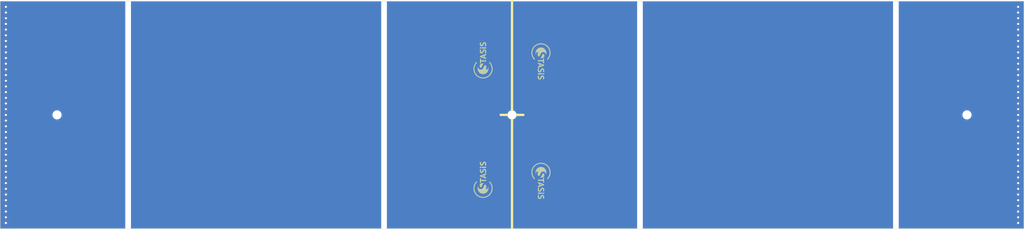
<source format=kicad_pcb>
(kicad_pcb (version 20240108) (generator "pcbnew") (generator_version "8.0")
  (layers (0 "F.Cu" signal) (31 "B.Cu" signal) (34 "B.Paste" user) (35 "F.Paste" user) (36 "B.SilkS" user "B.Silkscreen") (37 "F.SilkS" user "F.Silkscreen") (38 "B.Mask" user) (39 "F.Mask" user) (44 "Edge.Cuts" user))
  (net 0 "")
  (footprint "" (layer "F.Cu") (at -73.9989 97.5036)
    (property "Reference" "@HOLE16" (hide yes))
    (property "Value" "")
    (pad "" np_thru_hole circle (at 0 0) (size 0.5 0.5) (drill 0.5) (layers "*.Cu" "*.Mask"))
  )
  (footprint "" (layer "F.Cu") (at -73.9989 95.0036)
    (property "Reference" "@HOLE15" (hide yes))
    (property "Value" "")
    (pad "" np_thru_hole circle (at 0 0) (size 0.5 0.5) (drill 0.5) (layers "*.Cu" "*.Mask"))
  )
  (footprint "" (layer "F.Cu") (at -73.9989 115.0036)
    (property "Reference" "@HOLE23" (hide yes))
    (property "Value" "")
    (pad "" np_thru_hole circle (at 0 0) (size 0.5 0.5) (drill 0.5) (layers "*.Cu" "*.Mask"))
  )
  (footprint "" (layer "F.Cu") (at -73.9989 142.5036)
    (property "Reference" "@HOLE34" (hide yes))
    (property "Value" "")
    (pad "" np_thru_hole circle (at 0 0) (size 0.5 0.5) (drill 0.5) (layers "*.Cu" "*.Mask"))
  )
  (footprint "" (layer "F.Cu") (at -73.9989 132.5036)
    (property "Reference" "@HOLE30" (hide yes))
    (property "Value" "")
    (pad "" np_thru_hole circle (at 0 0) (size 0.5 0.5) (drill 0.5) (layers "*.Cu" "*.Mask"))
  )
  (footprint "" (layer "F.Cu") (at -73.9989 60.0036)
    (property "Reference" "@HOLE1" (hide yes))
    (property "Value" "")
    (pad "" np_thru_hole circle (at 0 0) (size 0.5 0.5) (drill 0.5) (layers "*.Cu" "*.Mask"))
  )
  (footprint "" (layer "F.Cu") (at 371.0011 115.0036)
    (property "Reference" "@HOLE62" (hide yes))
    (property "Value" "")
    (pad "" np_thru_hole circle (at 0 0) (size 0.5 0.5) (drill 0.5) (layers "*.Cu" "*.Mask"))
  )
  (footprint "" (layer "F.Cu") (at -73.9989 67.5036)
    (property "Reference" "@HOLE4" (hide yes))
    (property "Value" "")
    (pad "" np_thru_hole circle (at 0 0) (size 0.5 0.5) (drill 0.5) (layers "*.Cu" "*.Mask"))
  )
  (footprint "" (layer "F.Cu") (at 371.0011 92.5036)
    (property "Reference" "@HOLE53" (hide yes))
    (property "Value" "")
    (pad "" np_thru_hole circle (at 0 0) (size 0.5 0.5) (drill 0.5) (layers "*.Cu" "*.Mask"))
  )
  (footprint "" (layer "F.Cu") (at 371.0011 65.0036)
    (property "Reference" "@HOLE42" (hide yes))
    (property "Value" "")
    (pad "" np_thru_hole circle (at 0 0) (size 0.5 0.5) (drill 0.5) (layers "*.Cu" "*.Mask"))
  )
  (footprint "" (layer "F.Cu") (at 371.0011 85.0036)
    (property "Reference" "@HOLE50" (hide yes))
    (property "Value" "")
    (pad "" np_thru_hole circle (at 0 0) (size 0.5 0.5) (drill 0.5) (layers "*.Cu" "*.Mask"))
  )
  (footprint "" (layer "F.Cu") (at -73.9989 120.0036)
    (property "Reference" "@HOLE25" (hide yes))
    (property "Value" "")
    (pad "" np_thru_hole circle (at 0 0) (size 0.5 0.5) (drill 0.5) (layers "*.Cu" "*.Mask"))
  )
  (footprint "" (layer "F.Cu") (at -73.9989 62.5036)
    (property "Reference" "@HOLE2" (hide yes))
    (property "Value" "")
    (pad "" np_thru_hole circle (at 0 0) (size 0.5 0.5) (drill 0.5) (layers "*.Cu" "*.Mask"))
  )
  (footprint "Stripline:LOGO_STASIS" (layer "F.Cu") (at 161.0011 135.0036 -90)
    (property "Reference" "E$11" (hide yes))
    (property "Value" "" (hide yes))
  )
  (footprint "" (layer "F.Cu") (at 371.0011 117.5036)
    (property "Reference" "@HOLE63" (hide yes))
    (property "Value" "")
    (pad "" np_thru_hole circle (at 0 0) (size 0.5 0.5) (drill 0.5) (layers "*.Cu" "*.Mask"))
  )
  (footprint "" (layer "F.Cu") (at -73.9989 152.5036)
    (property "Reference" "@HOLE38" (hide yes))
    (property "Value" "")
    (pad "" np_thru_hole circle (at 0 0) (size 0.5 0.5) (drill 0.5) (layers "*.Cu" "*.Mask"))
  )
  (footprint "" (layer "F.Cu") (at 371.0011 130.0036)
    (property "Reference" "@HOLE69" (hide yes))
    (property "Value" "")
    (pad "" np_thru_hole circle (at 0 0) (size 0.5 0.5) (drill 0.5) (layers "*.Cu" "*.Mask"))
  )
  (footprint "Stripline:LOGO_STASIS" (layer "F.Cu") (at 136.0011 132.5036 90)
    (property "Reference" "E$3" (hide yes))
    (property "Value" "" (hide yes))
  )
  (footprint "" (layer "F.Cu") (at 371.0011 122.5036)
    (property "Reference" "@HOLE65" (hide yes))
    (property "Value" "")
    (pad "" np_thru_hole circle (at 0 0) (size 0.5 0.5) (drill 0.5) (layers "*.Cu" "*.Mask"))
  )
  (footprint "" (layer "F.Cu") (at 348.5011 105.0036)
    (property "Reference" "@HOLE79" (hide yes))
    (property "Value" "")
    (pad "" np_thru_hole circle (at 0 0) (size 3.5 3.5) (drill 3.5) (layers "*.Cu" "*.Mask"))
  )
  (footprint "" (layer "F.Cu") (at -73.9989 127.5036)
    (property "Reference" "@HOLE28" (hide yes))
    (property "Value" "")
    (pad "" np_thru_hole circle (at 0 0) (size 0.5 0.5) (drill 0.5) (layers "*.Cu" "*.Mask"))
  )
  (footprint "" (layer "F.Cu") (at -73.9989 70.0036)
    (property "Reference" "@HOLE5" (hide yes))
    (property "Value" "")
    (pad "" np_thru_hole circle (at 0 0) (size 0.5 0.5) (drill 0.5) (layers "*.Cu" "*.Mask"))
  )
  (footprint "" (layer "F.Cu") (at -73.9989 80.0036)
    (property "Reference" "@HOLE9" (hide yes))
    (property "Value" "")
    (pad "" np_thru_hole circle (at 0 0) (size 0.5 0.5) (drill 0.5) (layers "*.Cu" "*.Mask"))
  )
  (footprint "" (layer "F.Cu") (at -73.9989 90.0036)
    (property "Reference" "@HOLE13" (hide yes))
    (property "Value" "")
    (pad "" np_thru_hole circle (at 0 0) (size 0.5 0.5) (drill 0.5) (layers "*.Cu" "*.Mask"))
  )
  (footprint "" (layer "F.Cu") (at -73.9989 110.0036)
    (property "Reference" "@HOLE22" (hide yes))
    (property "Value" "")
    (pad "" np_thru_hole circle (at 0 0) (size 0.5 0.5) (drill 0.5) (layers "*.Cu" "*.Mask"))
  )
  (footprint "" (layer "F.Cu") (at 148.5011 105.0036)
    (property "Reference" "@HOLE80" (hide yes))
    (property "Value" "")
    (pad "" np_thru_hole circle (at 0 0) (size 3.5 3.5) (drill 3.5) (layers "*.Cu" "*.Mask"))
  )
  (footprint "" (layer "F.Cu") (at -73.9989 107.5036)
    (property "Reference" "@HOLE20" (hide yes))
    (property "Value" "")
    (pad "" np_thru_hole circle (at 0 0) (size 0.5 0.5) (drill 0.5) (layers "*.Cu" "*.Mask"))
  )
  (footprint "" (layer "F.Cu") (at -73.9989 102.5036)
    (property "Reference" "@HOLE18" (hide yes))
    (property "Value" "")
    (pad "" np_thru_hole circle (at 0 0) (size 0.5 0.5) (drill 0.5) (layers "*.Cu" "*.Mask"))
  )
  (footprint "" (layer "F.Cu") (at 371.0011 145.0036)
    (property "Reference" "@HOLE74" (hide yes))
    (property "Value" "")
    (pad "" np_thru_hole circle (at 0 0) (size 0.5 0.5) (drill 0.5) (layers "*.Cu" "*.Mask"))
  )
  (footprint "" (layer "F.Cu") (at 371.0011 70.0036)
    (property "Reference" "@HOLE44" (hide yes))
    (property "Value" "")
    (pad "" np_thru_hole circle (at 0 0) (size 0.5 0.5) (drill 0.5) (layers "*.Cu" "*.Mask"))
  )
  (footprint "" (layer "F.Cu") (at -73.9989 112.5036)
    (property "Reference" "@HOLE21" (hide yes))
    (property "Value" "")
    (pad "" np_thru_hole circle (at 0 0) (size 0.5 0.5) (drill 0.5) (layers "*.Cu" "*.Mask"))
  )
  (footprint "" (layer "F.Cu") (at -73.9989 72.5036)
    (property "Reference" "@HOLE6" (hide yes))
    (property "Value" "")
    (pad "" np_thru_hole circle (at 0 0) (size 0.5 0.5) (drill 0.5) (layers "*.Cu" "*.Mask"))
  )
  (footprint "" (layer "F.Cu") (at -73.9989 125.0036)
    (property "Reference" "@HOLE27" (hide yes))
    (property "Value" "")
    (pad "" np_thru_hole circle (at 0 0) (size 0.5 0.5) (drill 0.5) (layers "*.Cu" "*.Mask"))
  )
  (footprint "" (layer "F.Cu") (at -73.9989 82.5036)
    (property "Reference" "@HOLE10" (hide yes))
    (property "Value" "")
    (pad "" np_thru_hole circle (at 0 0) (size 0.5 0.5) (drill 0.5) (layers "*.Cu" "*.Mask"))
  )
  (footprint "" (layer "F.Cu") (at -73.9989 145.0036)
    (property "Reference" "@HOLE35" (hide yes))
    (property "Value" "")
    (pad "" np_thru_hole circle (at 0 0) (size 0.5 0.5) (drill 0.5) (layers "*.Cu" "*.Mask"))
  )
  (footprint "" (layer "F.Cu") (at 371.0011 120.0036)
    (property "Reference" "@HOLE64" (hide yes))
    (property "Value" "")
    (pad "" np_thru_hole circle (at 0 0) (size 0.5 0.5) (drill 0.5) (layers "*.Cu" "*.Mask"))
  )
  (footprint "" (layer "F.Cu") (at 371.0011 140.0036)
    (property "Reference" "@HOLE72" (hide yes))
    (property "Value" "")
    (pad "" np_thru_hole circle (at 0 0) (size 0.5 0.5) (drill 0.5) (layers "*.Cu" "*.Mask"))
  )
  (footprint "" (layer "F.Cu") (at -73.9989 105.0036)
    (property "Reference" "@HOLE19" (hide yes))
    (property "Value" "")
    (pad "" np_thru_hole circle (at 0 0) (size 0.5 0.5) (drill 0.5) (layers "*.Cu" "*.Mask"))
  )
  (footprint "" (layer "F.Cu") (at 371.0011 125.0036)
    (property "Reference" "@HOLE66" (hide yes))
    (property "Value" "")
    (pad "" np_thru_hole circle (at 0 0) (size 0.5 0.5) (drill 0.5) (layers "*.Cu" "*.Mask"))
  )
  (footprint "" (layer "F.Cu") (at 371.0011 90.0036)
    (property "Reference" "@HOLE52" (hide yes))
    (property "Value" "")
    (pad "" np_thru_hole circle (at 0 0) (size 0.5 0.5) (drill 0.5) (layers "*.Cu" "*.Mask"))
  )
  (footprint "" (layer "F.Cu") (at 371.0011 110.0036)
    (property "Reference" "@HOLE60" (hide yes))
    (property "Value" "")
    (pad "" np_thru_hole circle (at 0 0) (size 0.5 0.5) (drill 0.5) (layers "*.Cu" "*.Mask"))
  )
  (footprint "" (layer "F.Cu") (at 371.0011 112.5036)
    (property "Reference" "@HOLE61" (hide yes))
    (property "Value" "")
    (pad "" np_thru_hole circle (at 0 0) (size 0.5 0.5) (drill 0.5) (layers "*.Cu" "*.Mask"))
  )
  (footprint "" (layer "F.Cu") (at -73.9989 75.0036)
    (property "Reference" "@HOLE7" (hide yes))
    (property "Value" "")
    (pad "" np_thru_hole circle (at 0 0) (size 0.5 0.5) (drill 0.5) (layers "*.Cu" "*.Mask"))
  )
  (footprint "" (layer "F.Cu") (at -73.9989 122.5036)
    (property "Reference" "@HOLE26" (hide yes))
    (property "Value" "")
    (pad "" np_thru_hole circle (at 0 0) (size 0.5 0.5) (drill 0.5) (layers "*.Cu" "*.Mask"))
  )
  (footprint "" (layer "F.Cu") (at 371.0011 60.0036)
    (property "Reference" "@HOLE40" (hide yes))
    (property "Value" "")
    (pad "" np_thru_hole circle (at 0 0) (size 0.5 0.5) (drill 0.5) (layers "*.Cu" "*.Mask"))
  )
  (footprint "" (layer "F.Cu") (at 371.0011 107.5036)
    (property "Reference" "@HOLE59" (hide yes))
    (property "Value" "")
    (pad "" np_thru_hole circle (at 0 0) (size 0.5 0.5) (drill 0.5) (layers "*.Cu" "*.Mask"))
  )
  (footprint "" (layer "F.Cu") (at 371.0011 137.5036)
    (property "Reference" "@HOLE71" (hide yes))
    (property "Value" "")
    (pad "" np_thru_hole circle (at 0 0) (size 0.5 0.5) (drill 0.5) (layers "*.Cu" "*.Mask"))
  )
  (footprint "" (layer "F.Cu") (at -73.9989 150.0036)
    (property "Reference" "@HOLE37" (hide yes))
    (property "Value" "")
    (pad "" np_thru_hole circle (at 0 0) (size 0.5 0.5) (drill 0.5) (layers "*.Cu" "*.Mask"))
  )
  (footprint "" (layer "F.Cu") (at 371.0011 72.5036)
    (property "Reference" "@HOLE45" (hide yes))
    (property "Value" "")
    (pad "" np_thru_hole circle (at 0 0) (size 0.5 0.5) (drill 0.5) (layers "*.Cu" "*.Mask"))
  )
  (footprint "" (layer "F.Cu") (at -73.9989 135.0036)
    (property "Reference" "@HOLE31" (hide yes))
    (property "Value" "")
    (pad "" np_thru_hole circle (at 0 0) (size 0.5 0.5) (drill 0.5) (layers "*.Cu" "*.Mask"))
  )
  (footprint "" (layer "F.Cu") (at 371.0011 97.5036)
    (property "Reference" "@HOLE55" (hide yes))
    (property "Value" "")
    (pad "" np_thru_hole circle (at 0 0) (size 0.5 0.5) (drill 0.5) (layers "*.Cu" "*.Mask"))
  )
  (footprint "" (layer "F.Cu") (at -73.9989 130.0036)
    (property "Reference" "@HOLE29" (hide yes))
    (property "Value" "")
    (pad "" np_thru_hole circle (at 0 0) (size 0.5 0.5) (drill 0.5) (layers "*.Cu" "*.Mask"))
  )
  (footprint "" (layer "F.Cu") (at 371.0011 132.5036)
    (property "Reference" "@HOLE68" (hide yes))
    (property "Value" "")
    (pad "" np_thru_hole circle (at 0 0) (size 0.5 0.5) (drill 0.5) (layers "*.Cu" "*.Mask"))
  )
  (footprint "" (layer "F.Cu") (at 371.0011 142.5036)
    (property "Reference" "@HOLE73" (hide yes))
    (property "Value" "")
    (pad "" np_thru_hole circle (at 0 0) (size 0.5 0.5) (drill 0.5) (layers "*.Cu" "*.Mask"))
  )
  (footprint "" (layer "F.Cu") (at 371.0011 152.5036)
    (property "Reference" "@HOLE77" (hide yes))
    (property "Value" "")
    (pad "" np_thru_hole circle (at 0 0) (size 0.5 0.5) (drill 0.5) (layers "*.Cu" "*.Mask"))
  )
  (footprint "" (layer "F.Cu") (at 371.0011 147.5036)
    (property "Reference" "@HOLE75" (hide yes))
    (property "Value" "")
    (pad "" np_thru_hole circle (at 0 0) (size 0.5 0.5) (drill 0.5) (layers "*.Cu" "*.Mask"))
  )
  (footprint "" (layer "F.Cu") (at 371.0011 67.5036)
    (property "Reference" "@HOLE43" (hide yes))
    (property "Value" "")
    (pad "" np_thru_hole circle (at 0 0) (size 0.5 0.5) (drill 0.5) (layers "*.Cu" "*.Mask"))
  )
  (footprint "" (layer "F.Cu") (at -73.9989 57.5036)
    (property "Reference" "@HOLE0" (hide yes))
    (property "Value" "")
    (pad "" np_thru_hole circle (at 0 0) (size 0.5 0.5) (drill 0.5) (layers "*.Cu" "*.Mask"))
  )
  (footprint "" (layer "F.Cu") (at 371.0011 57.5036)
    (property "Reference" "@HOLE39" (hide yes))
    (property "Value" "")
    (pad "" np_thru_hole circle (at 0 0) (size 0.5 0.5) (drill 0.5) (layers "*.Cu" "*.Mask"))
  )
  (footprint "" (layer "F.Cu") (at -73.9989 92.5036)
    (property "Reference" "@HOLE14" (hide yes))
    (property "Value" "")
    (pad "" np_thru_hole circle (at 0 0) (size 0.5 0.5) (drill 0.5) (layers "*.Cu" "*.Mask"))
  )
  (footprint "" (layer "F.Cu") (at 371.0011 80.0036)
    (property "Reference" "@HOLE48" (hide yes))
    (property "Value" "")
    (pad "" np_thru_hole circle (at 0 0) (size 0.5 0.5) (drill 0.5) (layers "*.Cu" "*.Mask"))
  )
  (footprint "" (layer "F.Cu") (at -73.9989 117.5036)
    (property "Reference" "@HOLE24" (hide yes))
    (property "Value" "")
    (pad "" np_thru_hole circle (at 0 0) (size 0.5 0.5) (drill 0.5) (layers "*.Cu" "*.Mask"))
  )
  (footprint "" (layer "F.Cu") (at 371.0011 127.5036)
    (property "Reference" "@HOLE67" (hide yes))
    (property "Value" "")
    (pad "" np_thru_hole circle (at 0 0) (size 0.5 0.5) (drill 0.5) (layers "*.Cu" "*.Mask"))
  )
  (footprint "" (layer "F.Cu") (at 371.0011 75.0036)
    (property "Reference" "@HOLE46" (hide yes))
    (property "Value" "")
    (pad "" np_thru_hole circle (at 0 0) (size 0.5 0.5) (drill 0.5) (layers "*.Cu" "*.Mask"))
  )
  (footprint "" (layer "F.Cu") (at -73.9989 140.0036)
    (property "Reference" "@HOLE33" (hide yes))
    (property "Value" "")
    (pad "" np_thru_hole circle (at 0 0) (size 0.5 0.5) (drill 0.5) (layers "*.Cu" "*.Mask"))
  )
  (footprint "" (layer "F.Cu") (at -73.9989 137.5036)
    (property "Reference" "@HOLE32" (hide yes))
    (property "Value" "")
    (pad "" np_thru_hole circle (at 0 0) (size 0.5 0.5) (drill 0.5) (layers "*.Cu" "*.Mask"))
  )
  (footprint "" (layer "F.Cu") (at 371.0011 105.0036)
    (property "Reference" "@HOLE58" (hide yes))
    (property "Value" "")
    (pad "" np_thru_hole circle (at 0 0) (size 0.5 0.5) (drill 0.5) (layers "*.Cu" "*.Mask"))
  )
  (footprint "" (layer "F.Cu") (at 371.0011 77.5036)
    (property "Reference" "@HOLE47" (hide yes))
    (property "Value" "")
    (pad "" np_thru_hole circle (at 0 0) (size 0.5 0.5) (drill 0.5) (layers "*.Cu" "*.Mask"))
  )
  (footprint "Stripline:LOGO_STASIS" (layer "F.Cu") (at 136.0011 80.0036 90)
    (property "Reference" "E$2" (hide yes))
    (property "Value" "" (hide yes))
  )
  (footprint "" (layer "F.Cu") (at -73.9989 65.0036)
    (property "Reference" "@HOLE3" (hide yes))
    (property "Value" "")
    (pad "" np_thru_hole circle (at 0 0) (size 0.5 0.5) (drill 0.5) (layers "*.Cu" "*.Mask"))
  )
  (footprint "" (layer "F.Cu") (at 371.0011 95.0036)
    (property "Reference" "@HOLE54" (hide yes))
    (property "Value" "")
    (pad "" np_thru_hole circle (at 0 0) (size 0.5 0.5) (drill 0.5) (layers "*.Cu" "*.Mask"))
  )
  (footprint "" (layer "F.Cu") (at -73.9989 87.5036)
    (property "Reference" "@HOLE12" (hide yes))
    (property "Value" "")
    (pad "" np_thru_hole circle (at 0 0) (size 0.5 0.5) (drill 0.5) (layers "*.Cu" "*.Mask"))
  )
  (footprint "" (layer "F.Cu") (at 371.0011 135.0036)
    (property "Reference" "@HOLE70" (hide yes))
    (property "Value" "")
    (pad "" np_thru_hole circle (at 0 0) (size 0.5 0.5) (drill 0.5) (layers "*.Cu" "*.Mask"))
  )
  (footprint "" (layer "F.Cu") (at -73.9989 100.0036)
    (property "Reference" "@HOLE17" (hide yes))
    (property "Value" "")
    (pad "" np_thru_hole circle (at 0 0) (size 0.5 0.5) (drill 0.5) (layers "*.Cu" "*.Mask"))
  )
  (footprint "" (layer "F.Cu") (at 371.0011 100.0036)
    (property "Reference" "@HOLE56" (hide yes))
    (property "Value" "")
    (pad "" np_thru_hole circle (at 0 0) (size 0.5 0.5) (drill 0.5) (layers "*.Cu" "*.Mask"))
  )
  (footprint "" (layer "F.Cu") (at -51.4989 105.0036)
    (property "Reference" "@HOLE78" (hide yes))
    (property "Value" "")
    (pad "" np_thru_hole circle (at 0 0) (size 3.5 3.5) (drill 3.5) (layers "*.Cu" "*.Mask"))
  )
  (footprint "" (layer "F.Cu") (at -73.9989 85.0036)
    (property "Reference" "@HOLE11" (hide yes))
    (property "Value" "")
    (pad "" np_thru_hole circle (at 0 0) (size 0.5 0.5) (drill 0.5) (layers "*.Cu" "*.Mask"))
  )
  (footprint "" (layer "F.Cu") (at 371.0011 87.5036)
    (property "Reference" "@HOLE51" (hide yes))
    (property "Value" "")
    (pad "" np_thru_hole circle (at 0 0) (size 0.5 0.5) (drill 0.5) (layers "*.Cu" "*.Mask"))
  )
  (footprint "" (layer "F.Cu") (at -73.9989 147.5036)
    (property "Reference" "@HOLE36" (hide yes))
    (property "Value" "")
    (pad "" np_thru_hole circle (at 0 0) (size 0.5 0.5) (drill 0.5) (layers "*.Cu" "*.Mask"))
  )
  (footprint "" (layer "F.Cu") (at 371.0011 102.5036)
    (property "Reference" "@HOLE57" (hide yes))
    (property "Value" "")
    (pad "" np_thru_hole circle (at 0 0) (size 0.5 0.5) (drill 0.5) (layers "*.Cu" "*.Mask"))
  )
  (footprint "" (layer "F.Cu") (at 371.0011 82.5036)
    (property "Reference" "@HOLE49" (hide yes))
    (property "Value" "")
    (pad "" np_thru_hole circle (at 0 0) (size 0.5 0.5) (drill 0.5) (layers "*.Cu" "*.Mask"))
  )
  (footprint "" (layer "F.Cu") (at 371.0011 62.5036)
    (property "Reference" "@HOLE41" (hide yes))
    (property "Value" "")
    (pad "" np_thru_hole circle (at 0 0) (size 0.5 0.5) (drill 0.5) (layers "*.Cu" "*.Mask"))
  )
  (footprint "" (layer "F.Cu") (at -73.9989 77.5036)
    (property "Reference" "@HOLE8" (hide yes))
    (property "Value" "")
    (pad "" np_thru_hole circle (at 0 0) (size 0.5 0.5) (drill 0.5) (layers "*.Cu" "*.Mask"))
  )
  (footprint "Stripline:LOGO_STASIS" (layer "F.Cu") (at 161.0011 82.5036 -90)
    (property "Reference" "E$1" (hide yes))
    (property "Value" "" (hide yes))
  )
  (footprint "" (layer "F.Cu") (at 371.0011 150.0036)
    (property "Reference" "@HOLE76" (hide yes))
    (property "Value" "")
    (pad "" np_thru_hole circle (at 0 0) (size 0.5 0.5) (drill 0.5) (layers "*.Cu" "*.Mask"))
  )
  (gr_line (start 148.5011 55.0036) (end 148.5011 155.0036) (stroke (width 1.016)) (layer "F.SilkS"))
  (gr_line (start 143.5011 105.0036) (end 153.5011 105.0036) (stroke (width 1.016)) (layer "F.SilkS"))
  (gr_line (start 373.5011 55.0036) (end 373.5011 155.0036) (stroke (width 0.1524)) (layer "Edge.Cuts"))
  (gr_line (start -76.4989 155.0036) (end -76.4989 55.0036) (stroke (width 0.1524)) (layer "Edge.Cuts"))
  (gr_line (start -76.4989 55.0036) (end 373.5011 55.0036) (stroke (width 0.1524)) (layer "Edge.Cuts"))
  (gr_line (start 373.5011 155.0036) (end -76.4989 155.0036) (stroke (width 0.1524)) (layer "Edge.Cuts"))
  (zone (net 0) (net_name "") (layer "F.Cu") (connect_pads (clearance 0.5)) (min_thickness 0.25) (fill yes (thermal_gap 0.5) (thermal_bridge_width 0.5))
    (polygon (pts (xy 368.5011 155.0036) (xy 373.5011 155.0036) (xy 373.5011 55.0036) (xy 368.5011 55.0036)))
  )
  (zone (net 0) (net_name "") (layer "F.Cu") (connect_pads (clearance 0.5)) (min_thickness 0.25) (fill yes (thermal_gap 0.5) (thermal_bridge_width 0.5))
    (polygon (pts (xy -76.4989 155.0036) (xy -71.4989 155.0036) (xy -71.4989 55.0036) (xy -76.4989 55.0036)))
  )
  (zone (net 0) (net_name "") (layer "B.Cu") (connect_pads (clearance 0.5)) (min_thickness 0.25) (fill yes (thermal_gap 0.5) (thermal_bridge_width 0.5))
    (polygon (pts (xy 93.5011 155.0036) (xy 203.5011 155.0036) (xy 203.5011 55.0036) (xy 93.5011 55.0036)))
  )
  (zone (net 0) (net_name "") (layer "B.Cu") (connect_pads (clearance 0.5)) (min_thickness 0.25) (fill yes (thermal_gap 0.5) (thermal_bridge_width 0.5))
    (polygon (pts (xy -18.9989 155.0036) (xy 91.0011 155.0036) (xy 91.0011 55.0036) (xy -18.9989 55.0036)))
  )
  (zone (net 0) (net_name "") (layer "B.Cu") (connect_pads (clearance 0.5)) (min_thickness 0.25) (fill yes (thermal_gap 0.5) (thermal_bridge_width 0.5))
    (polygon (pts (xy 318.5011 155.0036) (xy 373.5011 155.0036) (xy 373.5011 55.0036) (xy 318.5011 55.0036)))
  )
  (zone (net 0) (net_name "") (layer "B.Cu") (connect_pads (clearance 0.5)) (min_thickness 0.25) (fill yes (thermal_gap 0.5) (thermal_bridge_width 0.5))
    (polygon (pts (xy 206.0011 155.0036) (xy 316.0011 155.0036) (xy 316.0011 55.0036) (xy 206.0011 55.0036)))
  )
  (zone (net 0) (net_name "") (layer "B.Cu") (connect_pads (clearance 0.5)) (min_thickness 0.25) (fill yes (thermal_gap 0.5) (thermal_bridge_width 0.5))
    (polygon (pts (xy -76.4989 155.0036) (xy -21.4989 155.0036) (xy -21.4989 55.0036) (xy -76.4989 55.0036)))
  )
)
</source>
